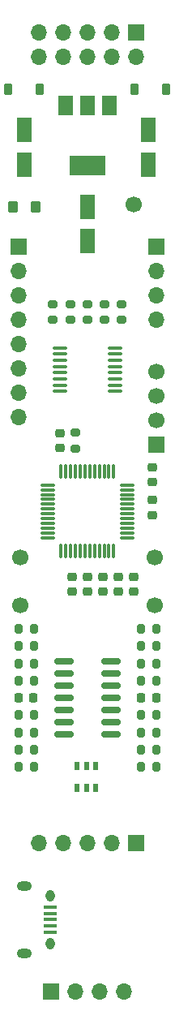
<source format=gbr>
%TF.GenerationSoftware,KiCad,Pcbnew,7.0.7*%
%TF.CreationDate,2023-08-21T16:40:19+01:00*%
%TF.ProjectId,QuadEnv_Components_2,51756164-456e-4765-9f43-6f6d706f6e65,rev?*%
%TF.SameCoordinates,Original*%
%TF.FileFunction,Soldermask,Top*%
%TF.FilePolarity,Negative*%
%FSLAX46Y46*%
G04 Gerber Fmt 4.6, Leading zero omitted, Abs format (unit mm)*
G04 Created by KiCad (PCBNEW 7.0.7) date 2023-08-21 16:40:19*
%MOMM*%
%LPD*%
G01*
G04 APERTURE LIST*
G04 Aperture macros list*
%AMRoundRect*
0 Rectangle with rounded corners*
0 $1 Rounding radius*
0 $2 $3 $4 $5 $6 $7 $8 $9 X,Y pos of 4 corners*
0 Add a 4 corners polygon primitive as box body*
4,1,4,$2,$3,$4,$5,$6,$7,$8,$9,$2,$3,0*
0 Add four circle primitives for the rounded corners*
1,1,$1+$1,$2,$3*
1,1,$1+$1,$4,$5*
1,1,$1+$1,$6,$7*
1,1,$1+$1,$8,$9*
0 Add four rect primitives between the rounded corners*
20,1,$1+$1,$2,$3,$4,$5,0*
20,1,$1+$1,$4,$5,$6,$7,0*
20,1,$1+$1,$6,$7,$8,$9,0*
20,1,$1+$1,$8,$9,$2,$3,0*%
G04 Aperture macros list end*
%ADD10RoundRect,0.200000X-0.200000X-0.275000X0.200000X-0.275000X0.200000X0.275000X-0.200000X0.275000X0*%
%ADD11R,0.600000X0.950000*%
%ADD12RoundRect,0.250000X-0.550000X1.050000X-0.550000X-1.050000X0.550000X-1.050000X0.550000X1.050000X0*%
%ADD13RoundRect,0.250000X0.550000X-1.050000X0.550000X1.050000X-0.550000X1.050000X-0.550000X-1.050000X0*%
%ADD14RoundRect,0.200000X0.275000X-0.200000X0.275000X0.200000X-0.275000X0.200000X-0.275000X-0.200000X0*%
%ADD15RoundRect,0.225000X0.250000X-0.225000X0.250000X0.225000X-0.250000X0.225000X-0.250000X-0.225000X0*%
%ADD16RoundRect,0.225000X-0.250000X0.225000X-0.250000X-0.225000X0.250000X-0.225000X0.250000X0.225000X0*%
%ADD17RoundRect,0.150000X-0.825000X-0.150000X0.825000X-0.150000X0.825000X0.150000X-0.825000X0.150000X0*%
%ADD18RoundRect,0.200000X0.200000X0.275000X-0.200000X0.275000X-0.200000X-0.275000X0.200000X-0.275000X0*%
%ADD19C,1.700000*%
%ADD20RoundRect,0.250000X0.275000X0.350000X-0.275000X0.350000X-0.275000X-0.350000X0.275000X-0.350000X0*%
%ADD21RoundRect,0.200000X-0.275000X0.200000X-0.275000X-0.200000X0.275000X-0.200000X0.275000X0.200000X0*%
%ADD22RoundRect,0.225000X-0.225000X-0.375000X0.225000X-0.375000X0.225000X0.375000X-0.225000X0.375000X0*%
%ADD23R,1.500000X2.000000*%
%ADD24R,3.800000X2.000000*%
%ADD25R,1.700000X1.700000*%
%ADD26O,1.700000X1.700000*%
%ADD27O,0.950000X1.250000*%
%ADD28O,1.550000X1.000000*%
%ADD29R,1.350000X0.400000*%
%ADD30RoundRect,0.225000X-0.225000X-0.250000X0.225000X-0.250000X0.225000X0.250000X-0.225000X0.250000X0*%
%ADD31RoundRect,0.100000X-0.637500X-0.100000X0.637500X-0.100000X0.637500X0.100000X-0.637500X0.100000X0*%
%ADD32RoundRect,0.075000X-0.662500X-0.075000X0.662500X-0.075000X0.662500X0.075000X-0.662500X0.075000X0*%
%ADD33RoundRect,0.075000X-0.075000X-0.662500X0.075000X-0.662500X0.075000X0.662500X-0.075000X0.662500X0*%
%ADD34RoundRect,0.225000X0.225000X0.250000X-0.225000X0.250000X-0.225000X-0.250000X0.225000X-0.250000X0*%
G04 APERTURE END LIST*
D10*
%TO.C,R22*%
X64975000Y-127470000D03*
X66625000Y-127470000D03*
%TD*%
D11*
%TO.C,U5*%
X60250000Y-129175000D03*
X59300000Y-129175000D03*
X58350000Y-129175000D03*
X58350000Y-131425000D03*
X59300000Y-131425000D03*
X60250000Y-131425000D03*
%TD*%
D12*
%TO.C,C4*%
X52800000Y-62800000D03*
X52800000Y-66400000D03*
%TD*%
D13*
%TO.C,C5*%
X65800000Y-66400000D03*
X65800000Y-62800000D03*
%TD*%
D14*
%TO.C,R3*%
X63000000Y-82625000D03*
X63000000Y-80975000D03*
%TD*%
D15*
%TO.C,C11*%
X57800000Y-110975000D03*
X57800000Y-109425000D03*
%TD*%
D10*
%TO.C,R16*%
X64975000Y-118470000D03*
X66625000Y-118470000D03*
%TD*%
D16*
%TO.C,C7*%
X61000000Y-109425000D03*
X61000000Y-110975000D03*
%TD*%
D17*
%TO.C,U4*%
X56925000Y-118290000D03*
X56925000Y-119560000D03*
X56925000Y-120830000D03*
X56925000Y-122100000D03*
X56925000Y-123370000D03*
X56925000Y-124640000D03*
X56925000Y-125910000D03*
X61875000Y-125910000D03*
X61875000Y-124640000D03*
X61875000Y-123370000D03*
X61875000Y-122100000D03*
X61875000Y-120830000D03*
X61875000Y-119560000D03*
X61875000Y-118290000D03*
%TD*%
D14*
%TO.C,R4*%
X61200000Y-82625000D03*
X61200000Y-80975000D03*
%TD*%
D18*
%TO.C,R9*%
X53825000Y-120270000D03*
X52175000Y-120270000D03*
%TD*%
D19*
%TO.C,TP5*%
X52400000Y-107400000D03*
%TD*%
D20*
%TO.C,L1*%
X53950000Y-70800000D03*
X51650000Y-70800000D03*
%TD*%
D12*
%TO.C,C8*%
X59400000Y-70800000D03*
X59400000Y-74400000D03*
%TD*%
D18*
%TO.C,R17*%
X53825000Y-116670000D03*
X52175000Y-116670000D03*
%TD*%
D21*
%TO.C,R5*%
X58100000Y-94375000D03*
X58100000Y-96025000D03*
%TD*%
D15*
%TO.C,C3*%
X66200000Y-99575000D03*
X66200000Y-98025000D03*
%TD*%
D10*
%TO.C,R24*%
X64975000Y-114870000D03*
X66625000Y-114870000D03*
%TD*%
%TO.C,R11*%
X64975000Y-123870000D03*
X66625000Y-123870000D03*
%TD*%
D15*
%TO.C,C12*%
X59400000Y-110975000D03*
X59400000Y-109425000D03*
%TD*%
D22*
%TO.C,D1*%
X51150000Y-58600000D03*
X54450000Y-58600000D03*
%TD*%
D10*
%TO.C,R12*%
X64975000Y-120270000D03*
X66625000Y-120270000D03*
%TD*%
D22*
%TO.C,D2*%
X64350000Y-58600000D03*
X67650000Y-58600000D03*
%TD*%
D21*
%TO.C,R6*%
X55800000Y-80975000D03*
X55800000Y-82625000D03*
%TD*%
D19*
%TO.C,TP3*%
X52400000Y-112400000D03*
%TD*%
D18*
%TO.C,R10*%
X53825000Y-123870000D03*
X52175000Y-123870000D03*
%TD*%
D23*
%TO.C,U2*%
X61700000Y-60250000D03*
X59400000Y-60250000D03*
D24*
X59400000Y-66550000D03*
D23*
X57100000Y-60250000D03*
%TD*%
D18*
%TO.C,R18*%
X53825000Y-114870000D03*
X52175000Y-114870000D03*
%TD*%
D25*
%TO.C,J6*%
X64480000Y-52660000D03*
D26*
X64480000Y-55200000D03*
X61940000Y-52660000D03*
X61940000Y-55200000D03*
X59400000Y-52660000D03*
X59400000Y-55200000D03*
X56860000Y-52660000D03*
X56860000Y-55200000D03*
X54320000Y-52660000D03*
X54320000Y-55200000D03*
%TD*%
D16*
%TO.C,C1*%
X66200000Y-101425000D03*
X66200000Y-102975000D03*
%TD*%
D21*
%TO.C,R1*%
X57600000Y-80975000D03*
X57600000Y-82625000D03*
%TD*%
D27*
%TO.C,J7*%
X55485000Y-142700000D03*
X55485000Y-147700000D03*
D28*
X52785000Y-148700000D03*
D29*
X55485000Y-143900000D03*
X55485000Y-144550000D03*
X55485000Y-145200000D03*
X55485000Y-145850000D03*
X55485000Y-146500000D03*
D28*
X52785000Y-141700000D03*
%TD*%
D30*
%TO.C,C9*%
X52225000Y-122070000D03*
X53775000Y-122070000D03*
%TD*%
D15*
%TO.C,C6*%
X56500000Y-95975000D03*
X56500000Y-94425000D03*
%TD*%
D31*
%TO.C,U3*%
X56537500Y-85525000D03*
X56537500Y-86175000D03*
X56537500Y-86825000D03*
X56537500Y-87475000D03*
X56537500Y-88125000D03*
X56537500Y-88775000D03*
X56537500Y-89425000D03*
X56537500Y-90075000D03*
X62262500Y-90075000D03*
X62262500Y-89425000D03*
X62262500Y-88775000D03*
X62262500Y-88125000D03*
X62262500Y-87475000D03*
X62262500Y-86825000D03*
X62262500Y-86175000D03*
X62262500Y-85525000D03*
%TD*%
D10*
%TO.C,R13*%
X52175000Y-118470000D03*
X53825000Y-118470000D03*
%TD*%
D16*
%TO.C,C2*%
X64200000Y-109425000D03*
X64200000Y-110975000D03*
%TD*%
D18*
%TO.C,R14*%
X53825000Y-125670000D03*
X52175000Y-125670000D03*
%TD*%
%TO.C,R19*%
X53825000Y-129270000D03*
X52175000Y-129270000D03*
%TD*%
D25*
%TO.C,J5*%
X66600000Y-95610000D03*
D19*
X66600000Y-93070000D03*
X66600000Y-90530000D03*
X66600000Y-87990000D03*
%TD*%
D32*
%TO.C,U1*%
X55237500Y-99850000D03*
X55237500Y-100350000D03*
X55237500Y-100850000D03*
X55237500Y-101350000D03*
X55237500Y-101850000D03*
X55237500Y-102350000D03*
X55237500Y-102850000D03*
X55237500Y-103350000D03*
X55237500Y-103850000D03*
X55237500Y-104350000D03*
X55237500Y-104850000D03*
X55237500Y-105350000D03*
D33*
X56650000Y-106762500D03*
X57150000Y-106762500D03*
X57650000Y-106762500D03*
X58150000Y-106762500D03*
X58650000Y-106762500D03*
X59150000Y-106762500D03*
X59650000Y-106762500D03*
X60150000Y-106762500D03*
X60650000Y-106762500D03*
X61150000Y-106762500D03*
X61650000Y-106762500D03*
X62150000Y-106762500D03*
D32*
X63562500Y-105350000D03*
X63562500Y-104850000D03*
X63562500Y-104350000D03*
X63562500Y-103850000D03*
X63562500Y-103350000D03*
X63562500Y-102850000D03*
X63562500Y-102350000D03*
X63562500Y-101850000D03*
X63562500Y-101350000D03*
X63562500Y-100850000D03*
X63562500Y-100350000D03*
X63562500Y-99850000D03*
D33*
X62150000Y-98437500D03*
X61650000Y-98437500D03*
X61150000Y-98437500D03*
X60650000Y-98437500D03*
X60150000Y-98437500D03*
X59650000Y-98437500D03*
X59150000Y-98437500D03*
X58650000Y-98437500D03*
X58150000Y-98437500D03*
X57650000Y-98437500D03*
X57150000Y-98437500D03*
X56650000Y-98437500D03*
%TD*%
D19*
%TO.C,TP2*%
X66400000Y-107400000D03*
%TD*%
D21*
%TO.C,R2*%
X59400000Y-80975000D03*
X59400000Y-82625000D03*
%TD*%
D10*
%TO.C,R23*%
X64975000Y-116670000D03*
X66625000Y-116670000D03*
%TD*%
D18*
%TO.C,R20*%
X53825000Y-127470000D03*
X52175000Y-127470000D03*
%TD*%
D10*
%TO.C,R21*%
X64975000Y-129270000D03*
X66625000Y-129270000D03*
%TD*%
D19*
%TO.C,TP1*%
X64200000Y-70600000D03*
%TD*%
D34*
%TO.C,C10*%
X66575000Y-122070000D03*
X65025000Y-122070000D03*
%TD*%
D19*
%TO.C,TP4*%
X66400000Y-112400000D03*
%TD*%
D15*
%TO.C,C13*%
X62600000Y-110975000D03*
X62600000Y-109425000D03*
%TD*%
D10*
%TO.C,R15*%
X64975000Y-125670000D03*
X66625000Y-125670000D03*
%TD*%
D25*
%TO.C,J1*%
X52200000Y-75000000D03*
D26*
X52200000Y-77540000D03*
X52200000Y-80080000D03*
X52200000Y-82620000D03*
X52200000Y-85160000D03*
X52200000Y-87700000D03*
X52200000Y-90240000D03*
X52200000Y-92780000D03*
%TD*%
D25*
%TO.C,J4*%
X55600000Y-152700000D03*
D26*
X58140000Y-152700000D03*
X60680000Y-152700000D03*
X63220000Y-152700000D03*
%TD*%
D25*
%TO.C,J2*%
X66600000Y-75000000D03*
D26*
X66600000Y-77540000D03*
X66600000Y-80080000D03*
X66600000Y-82620000D03*
%TD*%
D25*
%TO.C,J3*%
X64480000Y-137200000D03*
D26*
X61940000Y-137200000D03*
X59400000Y-137200000D03*
X56860000Y-137200000D03*
X54320000Y-137200000D03*
%TD*%
M02*

</source>
